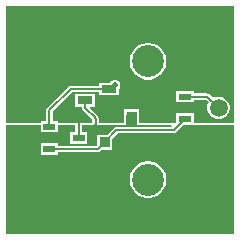
<source format=gtl>
G04*
G04 #@! TF.GenerationSoftware,Altium Limited,Altium Designer,21.7.2 (23)*
G04*
G04 Layer_Physical_Order=1*
G04 Layer_Color=255*
%FSLAX25Y25*%
%MOIN*%
G70*
G04*
G04 #@! TF.SameCoordinates,E983133F-EF14-454E-B69A-C38BEC15BBAD*
G04*
G04*
G04 #@! TF.FilePolarity,Positive*
G04*
G01*
G75*
%ADD14R,0.04213X0.02362*%
%ADD15R,0.03175X0.03402*%
%ADD16R,0.04921X0.02756*%
%ADD17R,0.03402X0.03175*%
%ADD26C,0.00500*%
%ADD27C,0.05906*%
%ADD28R,0.05906X0.05906*%
%ADD29C,0.01968*%
%ADD30C,0.10630*%
G36*
X579187Y360000D02*
X565756D01*
Y363228D01*
X559968D01*
Y360000D01*
X547488D01*
Y364444D01*
X542512D01*
Y360000D01*
X534058D01*
Y361500D01*
X533977Y361905D01*
X533748Y362248D01*
X531123Y364873D01*
X531315Y365335D01*
X532811D01*
Y369665D01*
X526315D01*
Y365335D01*
X528506D01*
Y364937D01*
X528586Y364532D01*
X528815Y364189D01*
X531942Y361062D01*
Y360000D01*
X520532D01*
Y360709D01*
X518696D01*
Y363700D01*
X525178Y370182D01*
X534189D01*
Y369075D01*
X540685D01*
Y371179D01*
X541002Y371496D01*
X541272Y372148D01*
Y372852D01*
X541002Y373504D01*
X540504Y374002D01*
X539852Y374272D01*
X539148D01*
X538496Y374002D01*
X537998Y373504D01*
X537957Y373406D01*
X534189D01*
Y372298D01*
X524740D01*
X524335Y372217D01*
X523992Y371988D01*
X516890Y364886D01*
X516661Y364543D01*
X516580Y364138D01*
Y360709D01*
X514745D01*
Y360000D01*
X503072D01*
Y398928D01*
X579187D01*
Y360000D01*
D02*
G37*
G36*
X546685D02*
X546746Y359693D01*
X546920Y359432D01*
X547181Y359258D01*
X547488Y359197D01*
X558217D01*
X558474Y358697D01*
X558374Y358558D01*
X539921D01*
X539516Y358477D01*
X539173Y358248D01*
X536913Y355988D01*
X533660D01*
Y352508D01*
X533469Y352318D01*
X520532D01*
Y353228D01*
X514745D01*
Y349291D01*
X520532D01*
Y350202D01*
X533907D01*
X534312Y350283D01*
X534655Y350512D01*
X535155Y351012D01*
X538409D01*
Y354492D01*
X540359Y356442D01*
X559102D01*
X559507Y356523D01*
X559850Y356752D01*
X562389Y359291D01*
X565399D01*
X565448Y359258D01*
X565756Y359197D01*
X579187D01*
Y322813D01*
X503072D01*
Y359197D01*
X514745D01*
Y356772D01*
X520532D01*
Y359197D01*
X526305D01*
Y356968D01*
X524469D01*
Y353031D01*
X530256D01*
Y356968D01*
X528420D01*
Y359197D01*
X531942D01*
X532249Y359258D01*
X532510Y359432D01*
X532684Y359693D01*
X532745Y360000D01*
Y361062D01*
X532745Y361062D01*
X532684Y361369D01*
X532510Y361630D01*
X532510Y361630D01*
X532684Y362163D01*
X532695Y362165D01*
X533124Y361736D01*
X533221Y361592D01*
X533255Y361421D01*
Y360000D01*
X533316Y359693D01*
X533490Y359432D01*
X533750Y359258D01*
X534058Y359197D01*
X542512D01*
X542819Y359258D01*
X543080Y359432D01*
X543254Y359693D01*
X543315Y360000D01*
Y362500D01*
X546685D01*
Y360000D01*
D02*
G37*
%LPC*%
G36*
X551101Y386602D02*
X549899D01*
X548720Y386368D01*
X547610Y385908D01*
X546610Y385240D01*
X545760Y384390D01*
X545092Y383390D01*
X544632Y382280D01*
X544398Y381101D01*
Y379899D01*
X544632Y378720D01*
X545092Y377609D01*
X545760Y376610D01*
X546610Y375760D01*
X547610Y375092D01*
X548720Y374632D01*
X549899Y374398D01*
X551101D01*
X552280Y374632D01*
X553391Y375092D01*
X554390Y375760D01*
X555240Y376610D01*
X555908Y377609D01*
X556368Y378720D01*
X556602Y379899D01*
Y381101D01*
X556368Y382280D01*
X555908Y383390D01*
X555240Y384390D01*
X554390Y385240D01*
X553391Y385908D01*
X552280Y386368D01*
X551101Y386602D01*
D02*
G37*
G36*
X565756Y370709D02*
X559968D01*
Y366772D01*
X565756D01*
Y367683D01*
X569822D01*
X570715Y366790D01*
X570515Y366444D01*
X570260Y365492D01*
Y364508D01*
X570515Y363556D01*
X571007Y362703D01*
X571703Y362007D01*
X572556Y361515D01*
X573508Y361260D01*
X574492D01*
X575444Y361515D01*
X576297Y362007D01*
X576993Y362703D01*
X577485Y363556D01*
X577740Y364508D01*
Y365492D01*
X577485Y366444D01*
X576993Y367297D01*
X576297Y367993D01*
X575444Y368485D01*
X574492Y368740D01*
X573508D01*
X572556Y368485D01*
X572210Y368285D01*
X571008Y369488D01*
X570665Y369717D01*
X570260Y369798D01*
X565756D01*
Y370709D01*
D02*
G37*
G36*
X551101Y347102D02*
X549899D01*
X548720Y346868D01*
X547610Y346408D01*
X546610Y345740D01*
X545760Y344890D01*
X545092Y343891D01*
X544632Y342780D01*
X544398Y341601D01*
Y340399D01*
X544632Y339220D01*
X545092Y338109D01*
X545760Y337110D01*
X546610Y336260D01*
X547610Y335592D01*
X548720Y335132D01*
X549899Y334898D01*
X551101D01*
X552280Y335132D01*
X553391Y335592D01*
X554390Y336260D01*
X555240Y337110D01*
X555908Y338109D01*
X556368Y339220D01*
X556602Y340399D01*
Y341601D01*
X556368Y342780D01*
X555908Y343891D01*
X555240Y344890D01*
X554390Y345740D01*
X553391Y346408D01*
X552280Y346868D01*
X551101Y347102D01*
D02*
G37*
%LPD*%
D14*
X517638Y358740D02*
D03*
Y351260D02*
D03*
X527363Y355000D02*
D03*
X562862Y361260D02*
D03*
Y368740D02*
D03*
X553137Y365000D02*
D03*
D15*
X541965Y353500D02*
D03*
X536034D02*
D03*
D16*
X537437Y363760D02*
D03*
Y371240D02*
D03*
X529563Y367500D02*
D03*
D17*
X545000Y368000D02*
D03*
Y362069D02*
D03*
D26*
X517638Y358740D02*
Y364138D01*
X524740Y371240D02*
X537437D01*
X517638Y364138D02*
X524740Y371240D01*
X533000Y358000D02*
Y361500D01*
X529563Y364937D02*
Y367500D01*
Y364937D02*
X533000Y361500D01*
X539921Y357500D02*
X559102D01*
X536034Y353613D02*
X539921Y357500D01*
X536034Y353387D02*
Y353613D01*
X559102Y357500D02*
X562862Y361260D01*
X517638Y351260D02*
X533907D01*
X536034Y353387D01*
X527363Y355000D02*
Y361863D01*
X570260Y368740D02*
X574000Y365000D01*
X562862Y368740D02*
X570260D01*
D27*
X574000Y365000D02*
D03*
X508500Y355000D02*
D03*
D28*
X574000D02*
D03*
X508500Y365000D02*
D03*
D29*
X539500Y372500D02*
D03*
D30*
X511000Y380500D02*
D03*
Y341000D02*
D03*
X550500Y380500D02*
D03*
Y341000D02*
D03*
M02*

</source>
